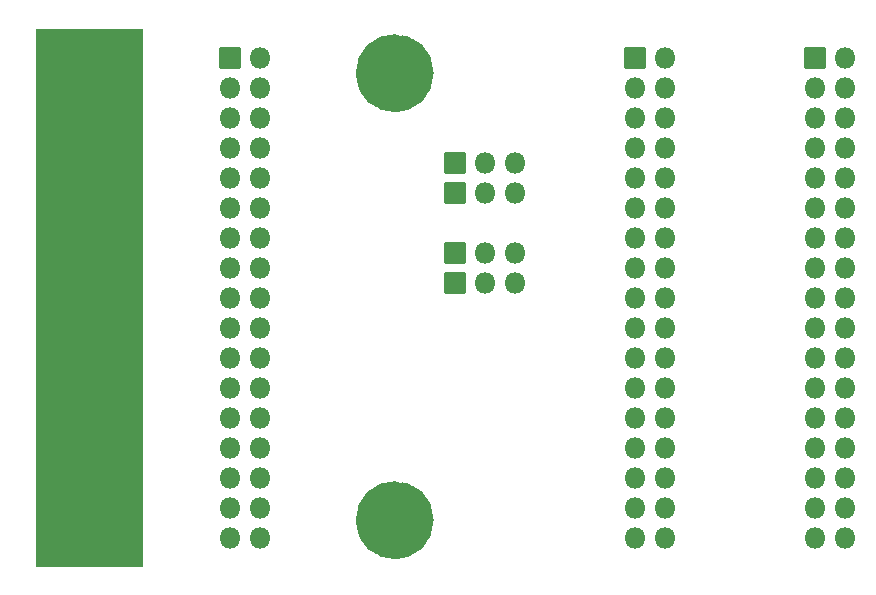
<source format=gbr>
G04 #@! TF.GenerationSoftware,KiCad,Pcbnew,6.0.7-f9a2dced07~116~ubuntu20.04.1*
G04 #@! TF.CreationDate,2022-09-08T22:16:37-07:00*
G04 #@! TF.ProjectId,morefloppy_panel,6d6f7265-666c-46f7-9070-795f70616e65,rev?*
G04 #@! TF.SameCoordinates,Original*
G04 #@! TF.FileFunction,Soldermask,Top*
G04 #@! TF.FilePolarity,Negative*
%FSLAX46Y46*%
G04 Gerber Fmt 4.6, Leading zero omitted, Abs format (unit mm)*
G04 Created by KiCad (PCBNEW 6.0.7-f9a2dced07~116~ubuntu20.04.1) date 2022-09-08 22:16:37*
%MOMM*%
%LPD*%
G01*
G04 APERTURE LIST*
G04 Aperture macros list*
%AMRoundRect*
0 Rectangle with rounded corners*
0 $1 Rounding radius*
0 $2 $3 $4 $5 $6 $7 $8 $9 X,Y pos of 4 corners*
0 Add a 4 corners polygon primitive as box body*
4,1,4,$2,$3,$4,$5,$6,$7,$8,$9,$2,$3,0*
0 Add four circle primitives for the rounded corners*
1,1,$1+$1,$2,$3*
1,1,$1+$1,$4,$5*
1,1,$1+$1,$6,$7*
1,1,$1+$1,$8,$9*
0 Add four rect primitives between the rounded corners*
20,1,$1+$1,$2,$3,$4,$5,0*
20,1,$1+$1,$4,$5,$6,$7,0*
20,1,$1+$1,$6,$7,$8,$9,0*
20,1,$1+$1,$8,$9,$2,$3,0*%
G04 Aperture macros list end*
%ADD10C,2.500000*%
%ADD11C,0.100000*%
%ADD12RoundRect,0.051000X0.850000X-0.850000X0.850000X0.850000X-0.850000X0.850000X-0.850000X-0.850000X0*%
%ADD13O,1.802000X1.802000*%
%ADD14RoundRect,0.051000X-4.000000X-0.800000X4.000000X-0.800000X4.000000X0.800000X-4.000000X0.800000X0*%
%ADD15RoundRect,0.051000X-0.850000X-0.850000X0.850000X-0.850000X0.850000X0.850000X-0.850000X0.850000X0*%
%ADD16C,3.602000*%
G04 APERTURE END LIST*
D10*
X148082000Y-102870000D02*
G75*
G03*
X148082000Y-102870000I-2032000J0D01*
G01*
X148082000Y-140716000D02*
G75*
G03*
X148082000Y-140716000I-2032000J0D01*
G01*
G36*
X124650000Y-144600000D02*
G01*
X115650000Y-144600000D01*
X115650000Y-99100000D01*
X124650000Y-99100000D01*
X124650000Y-144600000D01*
G37*
D11*
X124650000Y-144600000D02*
X115650000Y-144600000D01*
X115650000Y-99100000D01*
X124650000Y-99100000D01*
X124650000Y-144600000D01*
D10*
X148082000Y-102870000D02*
G75*
G03*
X148082000Y-102870000I-2032000J0D01*
G01*
X148082000Y-140716000D02*
G75*
G03*
X148082000Y-140716000I-2032000J0D01*
G01*
G36*
X124650000Y-144600000D02*
G01*
X115650000Y-144600000D01*
X115650000Y-99100000D01*
X124650000Y-99100000D01*
X124650000Y-144600000D01*
G37*
D11*
X124650000Y-144600000D02*
X115650000Y-144600000D01*
X115650000Y-99100000D01*
X124650000Y-99100000D01*
X124650000Y-144600000D01*
D12*
X151130000Y-120650000D03*
D13*
X153670000Y-120650000D03*
X156210000Y-120650000D03*
D12*
X151130000Y-118110000D03*
D13*
X153670000Y-118110000D03*
X156210000Y-118110000D03*
D12*
X151130000Y-113030000D03*
D13*
X153670000Y-113030000D03*
X156210000Y-113030000D03*
D12*
X151130000Y-110490000D03*
D13*
X153670000Y-110490000D03*
X156210000Y-110490000D03*
D14*
X120650000Y-101600000D03*
X120650000Y-101600000D03*
X120650000Y-104140000D03*
X120650000Y-104140000D03*
X120650000Y-106680000D03*
X120650000Y-106680000D03*
X120650000Y-109220000D03*
X120650000Y-109220000D03*
X120650000Y-111760000D03*
X120650000Y-111760000D03*
X120650000Y-114300000D03*
X120650000Y-114300000D03*
X120650000Y-116840000D03*
X120650000Y-116840000D03*
X120650000Y-119380000D03*
X120650000Y-119380000D03*
X120650000Y-121920000D03*
X120650000Y-121920000D03*
X120650000Y-124460000D03*
X120650000Y-124460000D03*
X120650000Y-127000000D03*
X120650000Y-127000000D03*
X120650000Y-129540000D03*
X120650000Y-129540000D03*
X120650000Y-132080000D03*
X120650000Y-132080000D03*
X120650000Y-134620000D03*
X120650000Y-134620000D03*
X120650000Y-137160000D03*
X120650000Y-137160000D03*
X120650000Y-139700000D03*
X120650000Y-139700000D03*
X120650000Y-142240000D03*
X120650000Y-142240000D03*
D15*
X132080000Y-101600000D03*
D13*
X134620000Y-101600000D03*
X132080000Y-104140000D03*
X134620000Y-104140000D03*
X132080000Y-106680000D03*
X134620000Y-106680000D03*
X132080000Y-109220000D03*
X134620000Y-109220000D03*
X132080000Y-111760000D03*
X134620000Y-111760000D03*
X132080000Y-114300000D03*
X134620000Y-114300000D03*
X132080000Y-116840000D03*
X134620000Y-116840000D03*
X132080000Y-119380000D03*
X134620000Y-119380000D03*
X132080000Y-121920000D03*
X134620000Y-121920000D03*
X132080000Y-124460000D03*
X134620000Y-124460000D03*
X132080000Y-127000000D03*
X134620000Y-127000000D03*
X132080000Y-129540000D03*
X134620000Y-129540000D03*
X132080000Y-132080000D03*
X134620000Y-132080000D03*
X132080000Y-134620000D03*
X134620000Y-134620000D03*
X132080000Y-137160000D03*
X134620000Y-137160000D03*
X132080000Y-139700000D03*
X134620000Y-139700000D03*
X132080000Y-142240000D03*
X134620000Y-142240000D03*
D15*
X181610000Y-101600000D03*
D13*
X184150000Y-101600000D03*
X181610000Y-104140000D03*
X184150000Y-104140000D03*
X181610000Y-106680000D03*
X184150000Y-106680000D03*
X181610000Y-109220000D03*
X184150000Y-109220000D03*
X181610000Y-111760000D03*
X184150000Y-111760000D03*
X181610000Y-114300000D03*
X184150000Y-114300000D03*
X181610000Y-116840000D03*
X184150000Y-116840000D03*
X181610000Y-119380000D03*
X184150000Y-119380000D03*
X181610000Y-121920000D03*
X184150000Y-121920000D03*
X181610000Y-124460000D03*
X184150000Y-124460000D03*
X181610000Y-127000000D03*
X184150000Y-127000000D03*
X181610000Y-129540000D03*
X184150000Y-129540000D03*
X181610000Y-132080000D03*
X184150000Y-132080000D03*
X181610000Y-134620000D03*
X184150000Y-134620000D03*
X181610000Y-137160000D03*
X184150000Y-137160000D03*
X181610000Y-139700000D03*
X184150000Y-139700000D03*
X181610000Y-142240000D03*
X184150000Y-142240000D03*
D15*
X166370000Y-101600000D03*
D13*
X168910000Y-101600000D03*
X166370000Y-104140000D03*
X168910000Y-104140000D03*
X166370000Y-106680000D03*
X168910000Y-106680000D03*
X166370000Y-109220000D03*
X168910000Y-109220000D03*
X166370000Y-111760000D03*
X168910000Y-111760000D03*
X166370000Y-114300000D03*
X168910000Y-114300000D03*
X166370000Y-116840000D03*
X168910000Y-116840000D03*
X166370000Y-119380000D03*
X168910000Y-119380000D03*
X166370000Y-121920000D03*
X168910000Y-121920000D03*
X166370000Y-124460000D03*
X168910000Y-124460000D03*
X166370000Y-127000000D03*
X168910000Y-127000000D03*
X166370000Y-129540000D03*
X168910000Y-129540000D03*
X166370000Y-132080000D03*
X168910000Y-132080000D03*
X166370000Y-134620000D03*
X168910000Y-134620000D03*
X166370000Y-137160000D03*
X168910000Y-137160000D03*
X166370000Y-139700000D03*
X168910000Y-139700000D03*
X166370000Y-142240000D03*
X168910000Y-142240000D03*
D16*
X146050000Y-102870000D03*
X146050000Y-140716000D03*
M02*

</source>
